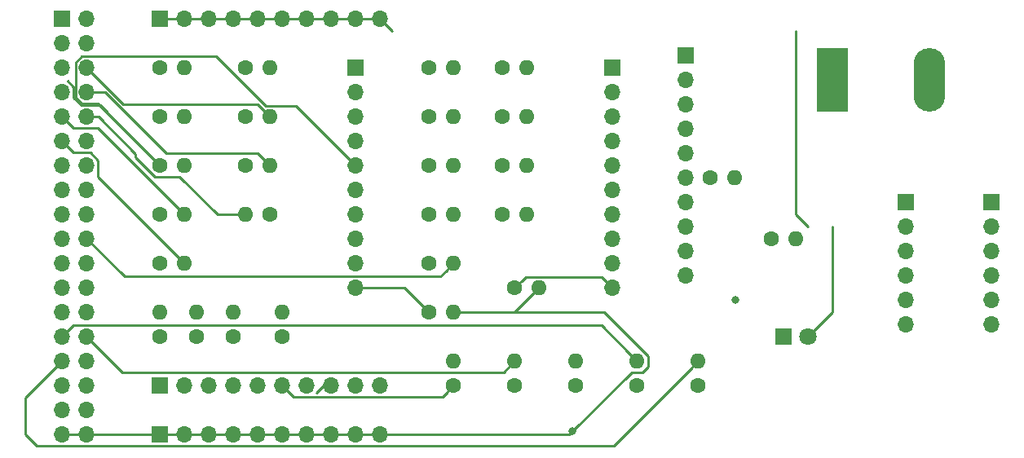
<source format=gbr>
G04 #@! TF.GenerationSoftware,KiCad,Pcbnew,(5.1.2-1)-1*
G04 #@! TF.CreationDate,2019-07-02T18:11:31+10:00*
G04 #@! TF.ProjectId,pcb_combined,7063625f-636f-46d6-9269-6e65642e6b69,rev?*
G04 #@! TF.SameCoordinates,Original*
G04 #@! TF.FileFunction,Copper,L2,Bot*
G04 #@! TF.FilePolarity,Positive*
%FSLAX46Y46*%
G04 Gerber Fmt 4.6, Leading zero omitted, Abs format (unit mm)*
G04 Created by KiCad (PCBNEW (5.1.2-1)-1) date 2019-07-02 18:11:31*
%MOMM*%
%LPD*%
G04 APERTURE LIST*
%ADD10O,1.700000X1.700000*%
%ADD11R,1.700000X1.700000*%
%ADD12O,3.300000X6.600000*%
%ADD13R,3.300000X6.600000*%
%ADD14O,1.600000X1.600000*%
%ADD15C,1.600000*%
%ADD16C,1.800000*%
%ADD17R,1.800000X1.800000*%
%ADD18C,0.800000*%
%ADD19C,0.250000*%
G04 APERTURE END LIST*
D10*
X96520000Y-74930000D03*
X96520000Y-72390000D03*
X96520000Y-69850000D03*
X96520000Y-67310000D03*
X96520000Y-64770000D03*
X96520000Y-62230000D03*
X96520000Y-59690000D03*
X96520000Y-57150000D03*
X96520000Y-54610000D03*
D11*
X96520000Y-52070000D03*
D12*
X121760000Y-54610000D03*
D13*
X111760000Y-54610000D03*
D10*
X128270000Y-80010000D03*
X128270000Y-77470000D03*
X128270000Y-74930000D03*
X128270000Y-72390000D03*
X128270000Y-69850000D03*
D11*
X128270000Y-67310000D03*
D10*
X119380000Y-80010000D03*
X119380000Y-77470000D03*
X119380000Y-74930000D03*
X119380000Y-72390000D03*
X119380000Y-69850000D03*
D11*
X119380000Y-67310000D03*
D14*
X107950000Y-71120000D03*
D15*
X105410000Y-71120000D03*
D14*
X97790000Y-83820000D03*
D15*
X97790000Y-86360000D03*
D14*
X91440000Y-83820000D03*
D15*
X91440000Y-86360000D03*
D14*
X85090000Y-83820000D03*
D15*
X85090000Y-86360000D03*
D14*
X49530000Y-78740000D03*
D15*
X49530000Y-81280000D03*
D14*
X41910000Y-78740000D03*
D15*
X41910000Y-81280000D03*
D14*
X81280000Y-76200000D03*
D15*
X78740000Y-76200000D03*
D14*
X72390000Y-73660000D03*
D15*
X69850000Y-73660000D03*
D14*
X101600000Y-64770000D03*
D15*
X99060000Y-64770000D03*
D14*
X78740000Y-83820000D03*
D15*
X78740000Y-86360000D03*
D14*
X72390000Y-83820000D03*
D15*
X72390000Y-86360000D03*
D14*
X54610000Y-78740000D03*
D15*
X54610000Y-81280000D03*
D14*
X45720000Y-78740000D03*
D15*
X45720000Y-81280000D03*
D14*
X80010000Y-68580000D03*
D15*
X77470000Y-68580000D03*
D14*
X72390000Y-68580000D03*
D15*
X69850000Y-68580000D03*
D14*
X80010000Y-63500000D03*
D15*
X77470000Y-63500000D03*
D14*
X72390000Y-63500000D03*
D15*
X69850000Y-63500000D03*
D14*
X80010000Y-58420000D03*
D15*
X77470000Y-58420000D03*
D14*
X72390000Y-58420000D03*
D15*
X69850000Y-58420000D03*
D14*
X80010000Y-53340000D03*
D15*
X77470000Y-53340000D03*
D14*
X72390000Y-53340000D03*
D15*
X69850000Y-53340000D03*
D14*
X72390000Y-78740000D03*
D15*
X69850000Y-78740000D03*
D14*
X44450000Y-73660000D03*
D15*
X41910000Y-73660000D03*
D14*
X50800000Y-68580000D03*
D15*
X53340000Y-68580000D03*
D14*
X44450000Y-68580000D03*
D15*
X41910000Y-68580000D03*
D14*
X53340000Y-63500000D03*
D15*
X50800000Y-63500000D03*
D14*
X44450000Y-63500000D03*
D15*
X41910000Y-63500000D03*
D14*
X53340000Y-58420000D03*
D15*
X50800000Y-58420000D03*
D14*
X44450000Y-58420000D03*
D15*
X41910000Y-58420000D03*
D14*
X53340000Y-53340000D03*
D15*
X50800000Y-53340000D03*
D14*
X44450000Y-53340000D03*
D15*
X41910000Y-53340000D03*
D10*
X64770000Y-48260000D03*
X62230000Y-48260000D03*
X59690000Y-48260000D03*
X57150000Y-48260000D03*
X54610000Y-48260000D03*
X52070000Y-48260000D03*
X49530000Y-48260000D03*
X46990000Y-48260000D03*
X44450000Y-48260000D03*
D11*
X41910000Y-48260000D03*
D10*
X64770000Y-91440000D03*
X62230000Y-91440000D03*
X59690000Y-91440000D03*
X57150000Y-91440000D03*
X54610000Y-91440000D03*
X52070000Y-91440000D03*
X49530000Y-91440000D03*
X46990000Y-91440000D03*
X44450000Y-91440000D03*
D11*
X41910000Y-91440000D03*
D10*
X64770000Y-86360000D03*
X62230000Y-86360000D03*
X59690000Y-86360000D03*
X57150000Y-86360000D03*
X54610000Y-86360000D03*
X52070000Y-86360000D03*
X49530000Y-86360000D03*
X46990000Y-86360000D03*
X44450000Y-86360000D03*
D11*
X41910000Y-86360000D03*
D10*
X88900000Y-76200000D03*
X88900000Y-73660000D03*
X88900000Y-71120000D03*
X88900000Y-68580000D03*
X88900000Y-66040000D03*
X88900000Y-63500000D03*
X88900000Y-60960000D03*
X88900000Y-58420000D03*
X88900000Y-55880000D03*
D11*
X88900000Y-53340000D03*
D10*
X34290000Y-91440000D03*
X31750000Y-91440000D03*
X34290000Y-88900000D03*
X31750000Y-88900000D03*
X34290000Y-86360000D03*
X31750000Y-86360000D03*
X34290000Y-83820000D03*
X31750000Y-83820000D03*
X34290000Y-81280000D03*
X31750000Y-81280000D03*
X34290000Y-78740000D03*
X31750000Y-78740000D03*
X34290000Y-76200000D03*
X31750000Y-76200000D03*
X34290000Y-73660000D03*
X31750000Y-73660000D03*
X34290000Y-71120000D03*
X31750000Y-71120000D03*
X34290000Y-68580000D03*
X31750000Y-68580000D03*
X34290000Y-66040000D03*
X31750000Y-66040000D03*
X34290000Y-63500000D03*
X31750000Y-63500000D03*
X34290000Y-60960000D03*
X31750000Y-60960000D03*
X34290000Y-58420000D03*
X31750000Y-58420000D03*
X34290000Y-55880000D03*
X31750000Y-55880000D03*
X34290000Y-53340000D03*
X31750000Y-53340000D03*
X34290000Y-50800000D03*
X31750000Y-50800000D03*
X34290000Y-48260000D03*
D11*
X31750000Y-48260000D03*
D10*
X62230000Y-76200000D03*
X62230000Y-73660000D03*
X62230000Y-71120000D03*
X62230000Y-68580000D03*
X62230000Y-66040000D03*
X62230000Y-63500000D03*
X62230000Y-60960000D03*
X62230000Y-58420000D03*
X62230000Y-55880000D03*
D11*
X62230000Y-53340000D03*
D16*
X109220000Y-81280000D03*
D17*
X106680000Y-81280000D03*
D18*
X101660000Y-77410000D03*
X101660000Y-77410000D03*
X84747500Y-91097500D03*
D19*
X111760000Y-78740000D02*
X109220000Y-81280000D01*
X111760000Y-69850000D02*
X111760000Y-78740000D01*
X84405000Y-91440000D02*
X65972081Y-91440000D01*
X90899999Y-84945001D02*
X84747500Y-91097500D01*
X91980001Y-84945001D02*
X90899999Y-84945001D01*
X65972081Y-91440000D02*
X64770000Y-91440000D01*
X92565001Y-83279999D02*
X92565001Y-84360001D01*
X88025002Y-78740000D02*
X92565001Y-83279999D01*
X92565001Y-84360001D02*
X91980001Y-84945001D01*
X72390000Y-78740000D02*
X88025002Y-78740000D01*
X78740000Y-78740000D02*
X72390000Y-78740000D01*
X81280000Y-76200000D02*
X78740000Y-78740000D01*
X84747500Y-91097500D02*
X84405000Y-91440000D01*
X34290000Y-91440000D02*
X41910000Y-91440000D01*
X31750000Y-91440000D02*
X34290000Y-91440000D01*
X41910000Y-91440000D02*
X44450000Y-91440000D01*
X44450000Y-91440000D02*
X46990000Y-91440000D01*
X46990000Y-91440000D02*
X49530000Y-91440000D01*
X49530000Y-91440000D02*
X52070000Y-91440000D01*
X52070000Y-91440000D02*
X54610000Y-91440000D01*
X54610000Y-91440000D02*
X57150000Y-91440000D01*
X57150000Y-91440000D02*
X59690000Y-91440000D01*
X59690000Y-91440000D02*
X62230000Y-91440000D01*
X62230000Y-91440000D02*
X64770000Y-91440000D01*
X67310000Y-76200000D02*
X69850000Y-78740000D01*
X62230000Y-76200000D02*
X67310000Y-76200000D01*
X32925001Y-55315999D02*
X32314001Y-54704999D01*
X32925001Y-56444001D02*
X32925001Y-55315999D01*
X33725999Y-57244999D02*
X32925001Y-56444001D01*
X35654999Y-57244999D02*
X33725999Y-57244999D01*
X41910000Y-63500000D02*
X35654999Y-57244999D01*
X61380001Y-62650001D02*
X62230000Y-63500000D01*
X56024999Y-57294999D02*
X61380001Y-62650001D01*
X52851409Y-57294999D02*
X56024999Y-57294999D01*
X33725999Y-52164999D02*
X47721409Y-52164999D01*
X33114999Y-56444001D02*
X33114999Y-52775999D01*
X33114999Y-52775999D02*
X33725999Y-52164999D01*
X33725999Y-57055001D02*
X33114999Y-56444001D01*
X35465001Y-57055001D02*
X33725999Y-57055001D01*
X47721409Y-52164999D02*
X52851409Y-57294999D01*
X41910000Y-63500000D02*
X35465001Y-57055001D01*
X31750000Y-83820000D02*
X27940000Y-87630000D01*
X96990001Y-84619999D02*
X97790000Y-83820000D01*
X88994999Y-92615001D02*
X96990001Y-84619999D01*
X27940000Y-91440000D02*
X29115001Y-92615001D01*
X29115001Y-92615001D02*
X88994999Y-92615001D01*
X27940000Y-87630000D02*
X27940000Y-91440000D01*
X77614999Y-84945001D02*
X78740000Y-83820000D01*
X37955001Y-84945001D02*
X77614999Y-84945001D01*
X34290000Y-81280000D02*
X37955001Y-84945001D01*
X58889002Y-86360000D02*
X58164011Y-87084991D01*
X59690000Y-86360000D02*
X58889002Y-86360000D01*
X87724999Y-80104999D02*
X90640001Y-83020001D01*
X90640001Y-83020001D02*
X91440000Y-83820000D01*
X32925001Y-80104999D02*
X87724999Y-80104999D01*
X31750000Y-81280000D02*
X32925001Y-80104999D01*
X71590001Y-74459999D02*
X72390000Y-73660000D01*
X71025001Y-75024999D02*
X71590001Y-74459999D01*
X38194999Y-75024999D02*
X71025001Y-75024999D01*
X34290000Y-71120000D02*
X38194999Y-75024999D01*
X32599999Y-61809999D02*
X31750000Y-60960000D01*
X32925001Y-62135001D02*
X32599999Y-61809999D01*
X35465001Y-62935999D02*
X34664003Y-62135001D01*
X34664003Y-62135001D02*
X32925001Y-62135001D01*
X35465001Y-64675001D02*
X35465001Y-62935999D01*
X44450000Y-73660000D02*
X35465001Y-64675001D01*
X47864998Y-68580000D02*
X43909999Y-64625001D01*
X41369999Y-64625001D02*
X39370000Y-62625002D01*
X43909999Y-64625001D02*
X41369999Y-64625001D01*
X50800000Y-68580000D02*
X47864998Y-68580000D01*
X39370000Y-62297919D02*
X35492081Y-58420000D01*
X35492081Y-58420000D02*
X34290000Y-58420000D01*
X39370000Y-62625002D02*
X39370000Y-62297919D01*
X32599999Y-59269999D02*
X31750000Y-58420000D01*
X32925001Y-59595001D02*
X32599999Y-59269999D01*
X35465001Y-59595001D02*
X32925001Y-59595001D01*
X44450000Y-68580000D02*
X35465001Y-59595001D01*
X52070000Y-62230000D02*
X42543590Y-62230000D01*
X35492081Y-55880000D02*
X34290000Y-55880000D01*
X36193590Y-55880000D02*
X35492081Y-55880000D01*
X42543590Y-62230000D02*
X36193590Y-55880000D01*
X53340000Y-63500000D02*
X52070000Y-62230000D01*
X31750000Y-55880000D02*
X31750000Y-55905410D01*
X38100000Y-57150000D02*
X35139999Y-54189999D01*
X35139999Y-54189999D02*
X34290000Y-53340000D01*
X52070000Y-57150000D02*
X38100000Y-57150000D01*
X53340000Y-58420000D02*
X52070000Y-57150000D01*
X79539999Y-75400001D02*
X78740000Y-76200000D01*
X79865001Y-75074999D02*
X79539999Y-75400001D01*
X87774999Y-75074999D02*
X79865001Y-75074999D01*
X88900000Y-76200000D02*
X87774999Y-75074999D01*
X71590001Y-87159999D02*
X72390000Y-86360000D01*
X71214999Y-87535001D02*
X71590001Y-87159999D01*
X55785001Y-87535001D02*
X71214999Y-87535001D01*
X54610000Y-86360000D02*
X55785001Y-87535001D01*
X66040000Y-49530000D02*
X64770000Y-48260000D01*
X107950000Y-68580000D02*
X109220000Y-69850000D01*
X107950000Y-49530000D02*
X107950000Y-68580000D01*
X41910000Y-48260000D02*
X44450000Y-48260000D01*
X44450000Y-48260000D02*
X46990000Y-48260000D01*
X46990000Y-48260000D02*
X49530000Y-48260000D01*
X49530000Y-48260000D02*
X52070000Y-48260000D01*
X52070000Y-48260000D02*
X54610000Y-48260000D01*
X54610000Y-48260000D02*
X57150000Y-48260000D01*
X57150000Y-48260000D02*
X59690000Y-48260000D01*
X59690000Y-48260000D02*
X62230000Y-48260000D01*
X62230000Y-48260000D02*
X64770000Y-48260000D01*
M02*

</source>
